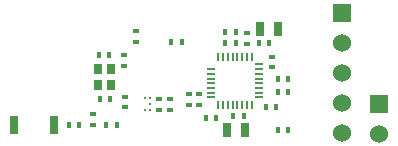
<source format=gts>
G04 (created by PCBNEW (2013-07-07 BZR 4022)-stable) date 2/20/2015 11:24:40 AM*
%MOIN*%
G04 Gerber Fmt 3.4, Leading zero omitted, Abs format*
%FSLAX34Y34*%
G01*
G70*
G90*
G04 APERTURE LIST*
%ADD10C,0.00590551*%
%ADD11R,0.0314961X0.0354331*%
%ADD12C,0.00866142*%
%ADD13R,0.025X0.045*%
%ADD14R,0.0157X0.0236*%
%ADD15R,0.0236X0.0157*%
%ADD16R,0.0314961X0.0629921*%
%ADD17R,0.06X0.06*%
%ADD18C,0.06*%
%ADD19C,0.00629921*%
%ADD20O,0.0314961X0.00787402*%
%ADD21O,0.00787402X0.0314961*%
G04 APERTURE END LIST*
G54D10*
G54D11*
X107975Y-53167D03*
X107975Y-52615D03*
X108408Y-53167D03*
X108408Y-52615D03*
G54D12*
X109686Y-53598D03*
X109686Y-53991D03*
X109686Y-53795D03*
X109528Y-53598D03*
X109528Y-53991D03*
G54D13*
X112871Y-54653D03*
X112271Y-54653D03*
G54D14*
X112827Y-54192D03*
X112473Y-54192D03*
X113674Y-51767D03*
X113320Y-51767D03*
X112567Y-51759D03*
X112213Y-51759D03*
G54D15*
X111347Y-53464D03*
X111347Y-53818D03*
G54D14*
X111910Y-54263D03*
X111556Y-54263D03*
G54D15*
X112941Y-51790D03*
X112941Y-51436D03*
G54D14*
X113906Y-53893D03*
X113552Y-53893D03*
G54D15*
X113774Y-52210D03*
X113774Y-52564D03*
X109240Y-51708D03*
X109240Y-51354D03*
X108842Y-52515D03*
X108842Y-52161D03*
G54D14*
X108022Y-53615D03*
X108376Y-53615D03*
X108349Y-52163D03*
X107995Y-52163D03*
G54D15*
X110371Y-53633D03*
X110371Y-53987D03*
G54D14*
X110398Y-51724D03*
X110752Y-51724D03*
G54D15*
X108863Y-53547D03*
X108863Y-53901D03*
X110000Y-53633D03*
X110000Y-53987D03*
G54D13*
X113962Y-51295D03*
X113362Y-51295D03*
G54D15*
X110985Y-53468D03*
X110985Y-53822D03*
G54D14*
X112563Y-51381D03*
X112209Y-51381D03*
X114311Y-53385D03*
X113957Y-53385D03*
X113961Y-52960D03*
X114315Y-52960D03*
X114309Y-54651D03*
X113955Y-54651D03*
G54D16*
X106513Y-54477D03*
X105175Y-54477D03*
G54D14*
X107342Y-54488D03*
X106988Y-54488D03*
G54D15*
X107795Y-54488D03*
X107795Y-54134D03*
G54D14*
X108602Y-54488D03*
X108248Y-54488D03*
G54D17*
X116118Y-50740D03*
G54D18*
X116118Y-51740D03*
X116118Y-52740D03*
X116118Y-53740D03*
X116118Y-54740D03*
G54D17*
X117346Y-53771D03*
G54D18*
X117346Y-54771D03*
G54D19*
X109374Y-52830D03*
X109216Y-52830D03*
X110476Y-52830D03*
X110476Y-52673D03*
X110161Y-52515D03*
X110476Y-52515D03*
X109216Y-52988D03*
X109216Y-53145D03*
X109216Y-53303D03*
X109374Y-53303D03*
X109531Y-53303D03*
X109688Y-53303D03*
X109846Y-53303D03*
X110003Y-53303D03*
X110318Y-53145D03*
X110318Y-52988D03*
X109688Y-52358D03*
X109374Y-52200D03*
X109531Y-52200D03*
X110318Y-52200D03*
X110161Y-52043D03*
X110476Y-52358D03*
X110476Y-52200D03*
X110476Y-52988D03*
X110476Y-53145D03*
G54D20*
X111747Y-52623D03*
X111747Y-52781D03*
X111747Y-53568D03*
X111747Y-53411D03*
X111747Y-53253D03*
X111747Y-52938D03*
X111747Y-53096D03*
G54D21*
X113085Y-52230D03*
X112928Y-52230D03*
X112770Y-52230D03*
X111983Y-52230D03*
X112140Y-52230D03*
X112298Y-52230D03*
X112455Y-52230D03*
X112613Y-52230D03*
X112613Y-53804D03*
X112455Y-53804D03*
X112298Y-53804D03*
X112140Y-53804D03*
X111983Y-53804D03*
X112770Y-53804D03*
X112928Y-53804D03*
X113085Y-53804D03*
G54D20*
X113321Y-53096D03*
X113321Y-52938D03*
X113321Y-53253D03*
X113321Y-53411D03*
X113321Y-53568D03*
X113321Y-52781D03*
X113321Y-52623D03*
X113321Y-52466D03*
M02*

</source>
